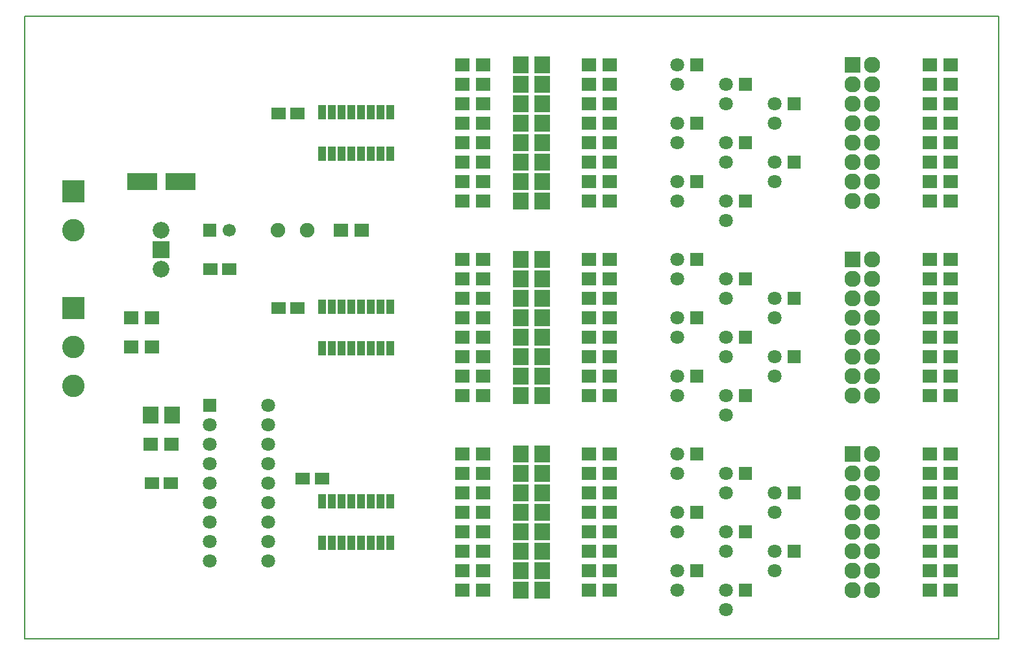
<source format=gts>
G04 #@! TF.FileFunction,Soldermask,Top*
%FSLAX46Y46*%
G04 Gerber Fmt 4.6, Leading zero omitted, Abs format (unit mm)*
G04 Created by KiCad (PCBNEW (2015-04-03 BZR 5572)-product) date Tuesday, April 07, 2015 'PMt' 09:07:44 PM*
%MOMM*%
G01*
G04 APERTURE LIST*
%ADD10C,0.100000*%
%ADD11C,0.150000*%
%ADD12R,1.700000X1.700000*%
%ADD13C,1.700000*%
%ADD14R,1.900000X1.650000*%
%ADD15C,1.901140*%
%ADD16R,1.997660X2.200860*%
%ADD17R,3.900120X2.200860*%
%ADD18R,2.940000X2.940000*%
%ADD19C,2.940000*%
%ADD20R,2.127200X2.127200*%
%ADD21O,2.127200X2.127200*%
%ADD22R,1.797000X1.797000*%
%ADD23C,1.797000*%
%ADD24R,1.900000X1.700000*%
%ADD25R,1.000000X1.900000*%
%ADD26C,2.178000*%
%ADD27R,2.178000X2.178000*%
G04 APERTURE END LIST*
D10*
D11*
X222250000Y-124460000D02*
X95250000Y-124460000D01*
X222250000Y-43180000D02*
X222250000Y-124460000D01*
X95250000Y-43180000D02*
X222250000Y-43180000D01*
X95250000Y-124460000D02*
X95250000Y-43180000D01*
D12*
X119380000Y-71120000D03*
D13*
X121880000Y-71120000D03*
D14*
X119400000Y-76200000D03*
X121900000Y-76200000D03*
X111780000Y-104140000D03*
X114280000Y-104140000D03*
X128290000Y-55880000D03*
X130790000Y-55880000D03*
X128290000Y-81280000D03*
X130790000Y-81280000D03*
X131465000Y-103505000D03*
X133965000Y-103505000D03*
D15*
X128270000Y-71120000D03*
X132080000Y-71120000D03*
D16*
X159870140Y-49530000D03*
X162709860Y-49530000D03*
X159870140Y-52070000D03*
X162709860Y-52070000D03*
X159870140Y-54610000D03*
X162709860Y-54610000D03*
X159870140Y-57150000D03*
X162709860Y-57150000D03*
X159870140Y-59690000D03*
X162709860Y-59690000D03*
X159870140Y-62230000D03*
X162709860Y-62230000D03*
X159870140Y-64770000D03*
X162709860Y-64770000D03*
X159870140Y-67310000D03*
X162709860Y-67310000D03*
X159870140Y-74930000D03*
X162709860Y-74930000D03*
X159870140Y-77470000D03*
X162709860Y-77470000D03*
X159870140Y-80010000D03*
X162709860Y-80010000D03*
X159870140Y-82550000D03*
X162709860Y-82550000D03*
X159870140Y-85090000D03*
X162709860Y-85090000D03*
X159870140Y-87630000D03*
X162709860Y-87630000D03*
X159870140Y-90170000D03*
X162709860Y-90170000D03*
X159870140Y-92710000D03*
X162709860Y-92710000D03*
X159870140Y-100330000D03*
X162709860Y-100330000D03*
X159870140Y-102870000D03*
X162709860Y-102870000D03*
X159870140Y-105410000D03*
X162709860Y-105410000D03*
X159870140Y-107950000D03*
X162709860Y-107950000D03*
X159870140Y-110490000D03*
X162709860Y-110490000D03*
X159870140Y-113030000D03*
X162709860Y-113030000D03*
X159870140Y-115570000D03*
X162709860Y-115570000D03*
X159870140Y-118110000D03*
X162709860Y-118110000D03*
X111610140Y-95250000D03*
X114449860Y-95250000D03*
D17*
X110530640Y-64770000D03*
X115529360Y-64770000D03*
D18*
X101600000Y-66040000D03*
D19*
X101600000Y-71120000D03*
D18*
X101600000Y-81280000D03*
D19*
X101600000Y-86360000D03*
X101600000Y-91440000D03*
D20*
X203200000Y-49530000D03*
D21*
X205740000Y-49530000D03*
X203200000Y-52070000D03*
X205740000Y-52070000D03*
X203200000Y-54610000D03*
X205740000Y-54610000D03*
X203200000Y-57150000D03*
X205740000Y-57150000D03*
X203200000Y-59690000D03*
X205740000Y-59690000D03*
X203200000Y-62230000D03*
X205740000Y-62230000D03*
X203200000Y-64770000D03*
X205740000Y-64770000D03*
X203200000Y-67310000D03*
X205740000Y-67310000D03*
D20*
X203200000Y-74930000D03*
D21*
X205740000Y-74930000D03*
X203200000Y-77470000D03*
X205740000Y-77470000D03*
X203200000Y-80010000D03*
X205740000Y-80010000D03*
X203200000Y-82550000D03*
X205740000Y-82550000D03*
X203200000Y-85090000D03*
X205740000Y-85090000D03*
X203200000Y-87630000D03*
X205740000Y-87630000D03*
X203200000Y-90170000D03*
X205740000Y-90170000D03*
X203200000Y-92710000D03*
X205740000Y-92710000D03*
D20*
X203200000Y-100330000D03*
D21*
X205740000Y-100330000D03*
X203200000Y-102870000D03*
X205740000Y-102870000D03*
X203200000Y-105410000D03*
X205740000Y-105410000D03*
X203200000Y-107950000D03*
X205740000Y-107950000D03*
X203200000Y-110490000D03*
X205740000Y-110490000D03*
X203200000Y-113030000D03*
X205740000Y-113030000D03*
X203200000Y-115570000D03*
X205740000Y-115570000D03*
X203200000Y-118110000D03*
X205740000Y-118110000D03*
D22*
X182880000Y-49530000D03*
D23*
X180340000Y-49530000D03*
X180340000Y-52070000D03*
D22*
X189230000Y-52070000D03*
D23*
X186690000Y-52070000D03*
X186690000Y-54610000D03*
D22*
X195580000Y-54610000D03*
D23*
X193040000Y-54610000D03*
X193040000Y-57150000D03*
D22*
X182880000Y-57150000D03*
D23*
X180340000Y-57150000D03*
X180340000Y-59690000D03*
D22*
X189230000Y-59690000D03*
D23*
X186690000Y-59690000D03*
X186690000Y-62230000D03*
D22*
X195580000Y-62230000D03*
D23*
X193040000Y-62230000D03*
X193040000Y-64770000D03*
D22*
X182880000Y-64770000D03*
D23*
X180340000Y-64770000D03*
X180340000Y-67310000D03*
D22*
X189230000Y-67310000D03*
D23*
X186690000Y-67310000D03*
X186690000Y-69850000D03*
D22*
X182880000Y-74930000D03*
D23*
X180340000Y-74930000D03*
X180340000Y-77470000D03*
D22*
X189230000Y-77470000D03*
D23*
X186690000Y-77470000D03*
X186690000Y-80010000D03*
D22*
X195580000Y-80010000D03*
D23*
X193040000Y-80010000D03*
X193040000Y-82550000D03*
D22*
X182880000Y-82550000D03*
D23*
X180340000Y-82550000D03*
X180340000Y-85090000D03*
D22*
X189230000Y-85090000D03*
D23*
X186690000Y-85090000D03*
X186690000Y-87630000D03*
D22*
X195580000Y-87630000D03*
D23*
X193040000Y-87630000D03*
X193040000Y-90170000D03*
D22*
X182880000Y-90170000D03*
D23*
X180340000Y-90170000D03*
X180340000Y-92710000D03*
D22*
X189230000Y-92710000D03*
D23*
X186690000Y-92710000D03*
X186690000Y-95250000D03*
D22*
X182880000Y-100330000D03*
D23*
X180340000Y-100330000D03*
X180340000Y-102870000D03*
D22*
X189230000Y-102870000D03*
D23*
X186690000Y-102870000D03*
X186690000Y-105410000D03*
D22*
X195580000Y-105410000D03*
D23*
X193040000Y-105410000D03*
X193040000Y-107950000D03*
D22*
X182880000Y-107950000D03*
D23*
X180340000Y-107950000D03*
X180340000Y-110490000D03*
D22*
X189230000Y-110490000D03*
D23*
X186690000Y-110490000D03*
X186690000Y-113030000D03*
D22*
X195580000Y-113030000D03*
D23*
X193040000Y-113030000D03*
X193040000Y-115570000D03*
D22*
X182880000Y-115570000D03*
D23*
X180340000Y-115570000D03*
X180340000Y-118110000D03*
D22*
X189230000Y-118110000D03*
D23*
X186690000Y-118110000D03*
X186690000Y-120650000D03*
D24*
X171530000Y-49530000D03*
X168830000Y-49530000D03*
X155020000Y-49530000D03*
X152320000Y-49530000D03*
X171530000Y-52070000D03*
X168830000Y-52070000D03*
X155020000Y-52070000D03*
X152320000Y-52070000D03*
X171530000Y-54610000D03*
X168830000Y-54610000D03*
X155020000Y-54610000D03*
X152320000Y-54610000D03*
X171530000Y-57150000D03*
X168830000Y-57150000D03*
X155020000Y-57150000D03*
X152320000Y-57150000D03*
X171530000Y-59690000D03*
X168830000Y-59690000D03*
X155020000Y-59690000D03*
X152320000Y-59690000D03*
X171530000Y-62230000D03*
X168830000Y-62230000D03*
X155020000Y-62230000D03*
X152320000Y-62230000D03*
X171530000Y-64770000D03*
X168830000Y-64770000D03*
X155020000Y-64770000D03*
X152320000Y-64770000D03*
X171530000Y-67310000D03*
X168830000Y-67310000D03*
X155020000Y-67310000D03*
X152320000Y-67310000D03*
X171530000Y-74930000D03*
X168830000Y-74930000D03*
X155020000Y-74930000D03*
X152320000Y-74930000D03*
X171530000Y-77470000D03*
X168830000Y-77470000D03*
X155020000Y-77470000D03*
X152320000Y-77470000D03*
X171530000Y-80010000D03*
X168830000Y-80010000D03*
X155020000Y-80010000D03*
X152320000Y-80010000D03*
X171530000Y-82550000D03*
X168830000Y-82550000D03*
X155020000Y-82550000D03*
X152320000Y-82550000D03*
X171530000Y-85090000D03*
X168830000Y-85090000D03*
X155020000Y-85090000D03*
X152320000Y-85090000D03*
X171530000Y-87630000D03*
X168830000Y-87630000D03*
X155020000Y-87630000D03*
X152320000Y-87630000D03*
X171530000Y-90170000D03*
X168830000Y-90170000D03*
X155020000Y-90170000D03*
X152320000Y-90170000D03*
X171530000Y-92710000D03*
X168830000Y-92710000D03*
X155020000Y-92710000D03*
X152320000Y-92710000D03*
X171530000Y-100330000D03*
X168830000Y-100330000D03*
X155020000Y-100330000D03*
X152320000Y-100330000D03*
X171530000Y-102870000D03*
X168830000Y-102870000D03*
X155020000Y-102870000D03*
X152320000Y-102870000D03*
X171530000Y-105410000D03*
X168830000Y-105410000D03*
X155020000Y-105410000D03*
X152320000Y-105410000D03*
X171530000Y-107950000D03*
X168830000Y-107950000D03*
X155020000Y-107950000D03*
X152320000Y-107950000D03*
X171530000Y-110490000D03*
X168830000Y-110490000D03*
X155020000Y-110490000D03*
X152320000Y-110490000D03*
X171530000Y-113030000D03*
X168830000Y-113030000D03*
X155020000Y-113030000D03*
X152320000Y-113030000D03*
X171530000Y-115570000D03*
X168830000Y-115570000D03*
X155020000Y-115570000D03*
X152320000Y-115570000D03*
X171530000Y-118110000D03*
X168830000Y-118110000D03*
X155020000Y-118110000D03*
X152320000Y-118110000D03*
X114380000Y-99060000D03*
X111680000Y-99060000D03*
X136445000Y-71120000D03*
X139145000Y-71120000D03*
X111840000Y-82550000D03*
X109140000Y-82550000D03*
X111840000Y-86360000D03*
X109140000Y-86360000D03*
X215980000Y-49530000D03*
X213280000Y-49530000D03*
X215980000Y-52070000D03*
X213280000Y-52070000D03*
X215980000Y-54610000D03*
X213280000Y-54610000D03*
X215980000Y-57150000D03*
X213280000Y-57150000D03*
X215980000Y-59690000D03*
X213280000Y-59690000D03*
X215980000Y-62230000D03*
X213280000Y-62230000D03*
X215980000Y-64770000D03*
X213280000Y-64770000D03*
X215980000Y-67310000D03*
X213280000Y-67310000D03*
X215980000Y-74930000D03*
X213280000Y-74930000D03*
X215980000Y-77470000D03*
X213280000Y-77470000D03*
X215980000Y-80010000D03*
X213280000Y-80010000D03*
X215980000Y-82550000D03*
X213280000Y-82550000D03*
X215980000Y-85090000D03*
X213280000Y-85090000D03*
X215980000Y-87630000D03*
X213280000Y-87630000D03*
X215980000Y-90170000D03*
X213280000Y-90170000D03*
X215980000Y-92710000D03*
X213280000Y-92710000D03*
X215980000Y-100330000D03*
X213280000Y-100330000D03*
X215980000Y-102870000D03*
X213280000Y-102870000D03*
X215980000Y-105410000D03*
X213280000Y-105410000D03*
X215980000Y-107950000D03*
X213280000Y-107950000D03*
X215980000Y-110490000D03*
X213280000Y-110490000D03*
X215980000Y-113030000D03*
X213280000Y-113030000D03*
X215980000Y-115570000D03*
X213280000Y-115570000D03*
X215980000Y-118110000D03*
X213280000Y-118110000D03*
D22*
X119380000Y-93980000D03*
D23*
X119380000Y-96520000D03*
X119380000Y-99060000D03*
X119380000Y-101600000D03*
X119380000Y-104140000D03*
X119380000Y-106680000D03*
X119380000Y-109220000D03*
X119380000Y-111760000D03*
X119380000Y-114300000D03*
X127000000Y-114300000D03*
X127000000Y-111760000D03*
X127000000Y-109220000D03*
X127000000Y-106680000D03*
X127000000Y-104140000D03*
X127000000Y-101600000D03*
X127000000Y-99060000D03*
X127000000Y-96520000D03*
X127000000Y-93980000D03*
D25*
X142875000Y-55720000D03*
X141605000Y-55720000D03*
X140335000Y-55720000D03*
X139065000Y-55720000D03*
X137795000Y-55720000D03*
X136525000Y-55720000D03*
X135255000Y-55720000D03*
X133985000Y-55720000D03*
X133985000Y-61120000D03*
X135255000Y-61120000D03*
X136525000Y-61120000D03*
X137795000Y-61120000D03*
X139065000Y-61120000D03*
X140335000Y-61120000D03*
X141605000Y-61120000D03*
X142875000Y-61120000D03*
X142875000Y-81120000D03*
X141605000Y-81120000D03*
X140335000Y-81120000D03*
X139065000Y-81120000D03*
X137795000Y-81120000D03*
X136525000Y-81120000D03*
X135255000Y-81120000D03*
X133985000Y-81120000D03*
X133985000Y-86520000D03*
X135255000Y-86520000D03*
X136525000Y-86520000D03*
X137795000Y-86520000D03*
X139065000Y-86520000D03*
X140335000Y-86520000D03*
X141605000Y-86520000D03*
X142875000Y-86520000D03*
X142875000Y-106520000D03*
X141605000Y-106520000D03*
X140335000Y-106520000D03*
X139065000Y-106520000D03*
X137795000Y-106520000D03*
X136525000Y-106520000D03*
X135255000Y-106520000D03*
X133985000Y-106520000D03*
X133985000Y-111920000D03*
X135255000Y-111920000D03*
X136525000Y-111920000D03*
X137795000Y-111920000D03*
X139065000Y-111920000D03*
X140335000Y-111920000D03*
X141605000Y-111920000D03*
X142875000Y-111920000D03*
D26*
X113030000Y-71120000D03*
D27*
X113030000Y-73660000D03*
D26*
X113030000Y-76200000D03*
M02*

</source>
